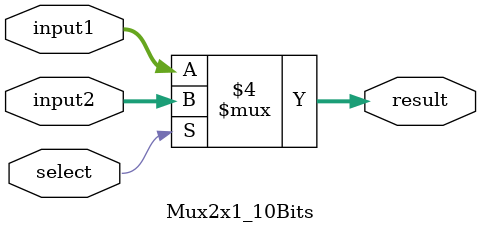
<source format=v>

module Adder (
    input wire signed [31:0] input1, 
    input wire signed [31:0] input2,
    output wire [31:0] result
);
assign result = input1 + input2;
endmodule

module Mux2x1_32Bits(
    output reg [31:0] result,
    input [31:0] input1,
    input [31:0] input2,
    input select
);
always @(*) begin
    if (select == 1'b0)
        result = input1;
    else
        result = input2;
end
endmodule

module Mux3x1_32Bits(
    output reg [31:0] result,
    input [31:0] input1,
    input [31:0] input2,
    input [31:0] input3,
    input [1:0] select
);
always @(*) begin
    case (select)
        2'b00: result = input1;
        2'b01: result = input2;
        2'b10: result = input3;
        default: result = 32'b0;
    endcase
end
endmodule

module Mux2x1_5Bits(
    output reg [4:0] result,
    input [4:0] input1,
    input [4:0] input2,
    input select
);
always @(*) begin
    if (select == 1'b0)
        result = input1;
    else
        result = input2;
end
endmodule

module Mux2x1_10Bits(
    output reg [9:0] result,
    input [9:0] input1,
    input [9:0] input2,
    input select
);
always @(*) begin
    if (select == 1'b0)
        result = input1;
    else
        result = input2;
end
endmodule
</source>
